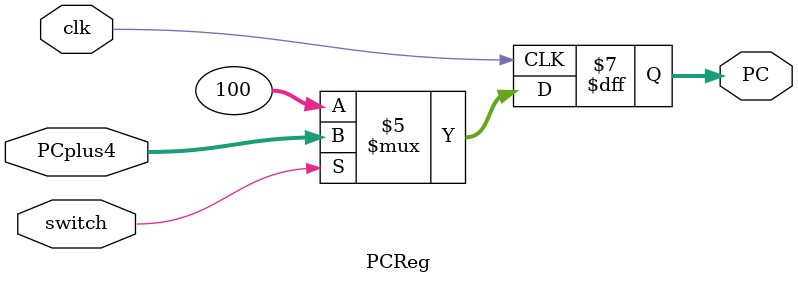
<source format=v>
`timescale 1ns / 1ps

module PCReg(clk, switch, PCplus4, PC);
input clk, switch;
input [31:0] PCplus4;
output reg [31:0] PC;

initial 
begin
    PC = 32'd100;
end

always @(posedge clk)
begin
    if(switch == 1)
        PC = PCplus4;
    else
        PC = 32'd100;     
end
endmodule

</source>
